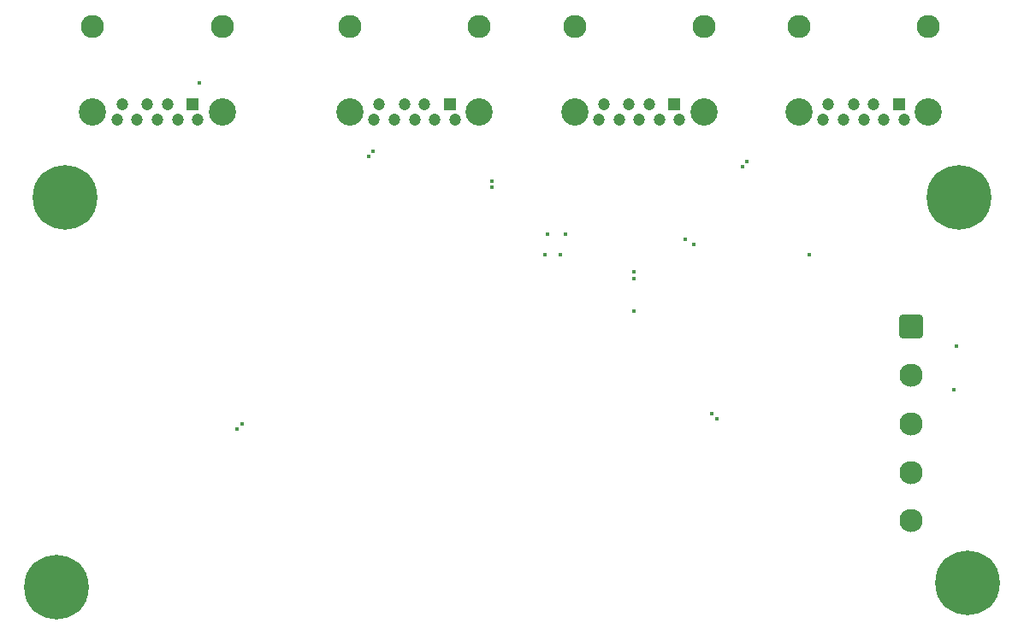
<source format=gbr>
%TF.GenerationSoftware,KiCad,Pcbnew,7.0.2*%
%TF.CreationDate,2023-08-08T23:25:05-03:00*%
%TF.ProjectId,USB Switch,55534220-5377-4697-9463-682e6b696361,rev?*%
%TF.SameCoordinates,Original*%
%TF.FileFunction,Copper,L3,Inr*%
%TF.FilePolarity,Positive*%
%FSLAX46Y46*%
G04 Gerber Fmt 4.6, Leading zero omitted, Abs format (unit mm)*
G04 Created by KiCad (PCBNEW 7.0.2) date 2023-08-08 23:25:05*
%MOMM*%
%LPD*%
G01*
G04 APERTURE LIST*
G04 Aperture macros list*
%AMRoundRect*
0 Rectangle with rounded corners*
0 $1 Rounding radius*
0 $2 $3 $4 $5 $6 $7 $8 $9 X,Y pos of 4 corners*
0 Add a 4 corners polygon primitive as box body*
4,1,4,$2,$3,$4,$5,$6,$7,$8,$9,$2,$3,0*
0 Add four circle primitives for the rounded corners*
1,1,$1+$1,$2,$3*
1,1,$1+$1,$4,$5*
1,1,$1+$1,$6,$7*
1,1,$1+$1,$8,$9*
0 Add four rect primitives between the rounded corners*
20,1,$1+$1,$2,$3,$4,$5,0*
20,1,$1+$1,$4,$5,$6,$7,0*
20,1,$1+$1,$6,$7,$8,$9,0*
20,1,$1+$1,$8,$9,$2,$3,0*%
G04 Aperture macros list end*
%TA.AperFunction,ComponentPad*%
%ADD10R,1.200000X1.200000*%
%TD*%
%TA.AperFunction,ComponentPad*%
%ADD11C,1.200000*%
%TD*%
%TA.AperFunction,ComponentPad*%
%ADD12C,2.700000*%
%TD*%
%TA.AperFunction,ComponentPad*%
%ADD13C,2.280000*%
%TD*%
%TA.AperFunction,ComponentPad*%
%ADD14C,0.800000*%
%TD*%
%TA.AperFunction,ComponentPad*%
%ADD15C,6.400000*%
%TD*%
%TA.AperFunction,ComponentPad*%
%ADD16RoundRect,0.250001X-0.899999X0.899999X-0.899999X-0.899999X0.899999X-0.899999X0.899999X0.899999X0*%
%TD*%
%TA.AperFunction,ComponentPad*%
%ADD17C,2.300000*%
%TD*%
%TA.AperFunction,ViaPad*%
%ADD18C,0.400000*%
%TD*%
G04 APERTURE END LIST*
D10*
%TO.N,/Switch/+5V*%
%TO.C,USB1*%
X66381087Y-82095000D03*
D11*
%TO.N,/Switch/D0-*%
X63881087Y-82095000D03*
%TO.N,/Switch/D0+*%
X61881087Y-82095000D03*
%TO.N,GND*%
X59381087Y-82095000D03*
%TO.N,/Switch/D1-*%
X58881087Y-83595000D03*
%TO.N,/Switch/D1+*%
X60881087Y-83595000D03*
%TO.N,GND*%
X62881087Y-83595000D03*
%TO.N,/Switch/D2-*%
X64881087Y-83595000D03*
%TO.N,/Switch/D2+*%
X66881087Y-83595000D03*
D12*
%TO.N,unconnected-(USB1-PadMH1)*%
X69281087Y-82845000D03*
%TO.N,unconnected-(USB1-PadMH2)*%
X56481087Y-82845000D03*
D13*
%TO.N,unconnected-(USB1-PadMH3)*%
X69281087Y-74345000D03*
%TO.N,unconnected-(USB1-PadMH4)*%
X56481087Y-74345000D03*
%TD*%
D10*
%TO.N,unconnected-(USB4-VBUS-Pad1)*%
%TO.C,USB4*%
X136281087Y-82095000D03*
D11*
%TO.N,/Switch/USB_C_D0-*%
X133781087Y-82095000D03*
%TO.N,/Switch/USB_C_D0+*%
X131781087Y-82095000D03*
%TO.N,unconnected-(USB4-GND-Pad4)*%
X129281087Y-82095000D03*
%TO.N,/Switch/USB_C_D1-*%
X128781087Y-83595000D03*
%TO.N,/Switch/USB_C_D1+*%
X130781087Y-83595000D03*
%TO.N,unconnected-(USB4-GND_DRAIN-Pad7)*%
X132781087Y-83595000D03*
%TO.N,/Switch/USB_C_D2-*%
X134781087Y-83595000D03*
%TO.N,/Switch/USB_C_D2+*%
X136781087Y-83595000D03*
D12*
%TO.N,unconnected-(USB4-PadMH1)*%
X139181087Y-82845000D03*
%TO.N,unconnected-(USB4-PadMH2)*%
X126381087Y-82845000D03*
D13*
%TO.N,unconnected-(USB4-PadMH3)*%
X139181087Y-74345000D03*
%TO.N,unconnected-(USB4-PadMH4)*%
X126381087Y-74345000D03*
%TD*%
D10*
%TO.N,unconnected-(USB3-VBUS-Pad1)*%
%TO.C,USB3*%
X114056087Y-82095000D03*
D11*
%TO.N,/Switch/USB_B_D0-*%
X111556087Y-82095000D03*
%TO.N,/Switch/USB_B_D0+*%
X109556087Y-82095000D03*
%TO.N,unconnected-(USB3-GND-Pad4)*%
X107056087Y-82095000D03*
%TO.N,/Switch/USB_B_D1-*%
X106556087Y-83595000D03*
%TO.N,/Switch/USB_B_D1+*%
X108556087Y-83595000D03*
%TO.N,unconnected-(USB3-GND_DRAIN-Pad7)*%
X110556087Y-83595000D03*
%TO.N,/Switch/USB_B_D2-*%
X112556087Y-83595000D03*
%TO.N,/Switch/USB_B_D2+*%
X114556087Y-83595000D03*
D12*
%TO.N,unconnected-(USB3-PadMH1)*%
X116956087Y-82845000D03*
%TO.N,unconnected-(USB3-PadMH2)*%
X104156087Y-82845000D03*
D13*
%TO.N,unconnected-(USB3-PadMH3)*%
X116956087Y-74345000D03*
%TO.N,unconnected-(USB3-PadMH4)*%
X104156087Y-74345000D03*
%TD*%
D14*
%TO.N,N/C*%
%TO.C,REF\u002A\u002A*%
X51367056Y-91300000D03*
X52070000Y-89602944D03*
X52070000Y-92997056D03*
X53767056Y-88900000D03*
D15*
X53767056Y-91300000D03*
D14*
X53767056Y-93700000D03*
X55464112Y-89602944D03*
X55464112Y-92997056D03*
X56167056Y-91300000D03*
%TD*%
D16*
%TO.N,/+5V*%
%TO.C,J1*%
X137492500Y-104140000D03*
D17*
%TO.N,/GND*%
X137492500Y-108940000D03*
%TO.N,/S0*%
X137492500Y-113740000D03*
%TO.N,/S1*%
X137492500Y-118540000D03*
%TO.N,/CLOCK*%
X137492500Y-123340000D03*
%TD*%
D14*
%TO.N,N/C*%
%TO.C,REF\u002A\u002A*%
X139840000Y-91300000D03*
X140542944Y-89602944D03*
X140542944Y-92997056D03*
X142240000Y-88900000D03*
D15*
X142240000Y-91300000D03*
D14*
X142240000Y-93700000D03*
X143937056Y-89602944D03*
X143937056Y-92997056D03*
X144640000Y-91300000D03*
%TD*%
%TO.N,N/C*%
%TO.C,REF\u002A\u002A*%
X50512944Y-129967056D03*
X51215888Y-128270000D03*
X51215888Y-131664112D03*
X52912944Y-127567056D03*
D15*
X52912944Y-129967056D03*
D14*
X52912944Y-132367056D03*
X54610000Y-128270000D03*
X54610000Y-131664112D03*
X55312944Y-129967056D03*
%TD*%
%TO.N,N/C*%
%TO.C,REF\u002A\u002A*%
X140682944Y-129540000D03*
X141385888Y-127842944D03*
X141385888Y-131237056D03*
X143082944Y-127140000D03*
D15*
X143082944Y-129540000D03*
D14*
X143082944Y-131940000D03*
X144780000Y-127842944D03*
X144780000Y-131237056D03*
X145482944Y-129540000D03*
%TD*%
D10*
%TO.N,unconnected-(USB2-VBUS-Pad1)*%
%TO.C,USB2*%
X91831087Y-82095000D03*
D11*
%TO.N,/Switch/USB_A_D0-*%
X89331087Y-82095000D03*
%TO.N,/Switch/USB_A_D0+*%
X87331087Y-82095000D03*
%TO.N,unconnected-(USB2-GND-Pad4)*%
X84831087Y-82095000D03*
%TO.N,/Switch/USB_A_D1-*%
X84331087Y-83595000D03*
%TO.N,/Switch/USB_A_D1+*%
X86331087Y-83595000D03*
%TO.N,unconnected-(USB2-GND_DRAIN-Pad7)*%
X88331087Y-83595000D03*
%TO.N,/Switch/USB_A_D2-*%
X90331087Y-83595000D03*
%TO.N,/Switch/USB_A_D2+*%
X92331087Y-83595000D03*
D12*
%TO.N,unconnected-(USB2-PadMH1)*%
X94731087Y-82845000D03*
%TO.N,unconnected-(USB2-PadMH2)*%
X81931087Y-82845000D03*
D13*
%TO.N,unconnected-(USB2-PadMH3)*%
X94731087Y-74345000D03*
%TO.N,unconnected-(USB2-PadMH4)*%
X81931087Y-74345000D03*
%TD*%
D18*
%TO.N,/GND*%
X141732000Y-110363000D03*
%TO.N,/Switch/D1+*%
X71229810Y-113770190D03*
%TO.N,/Switch/D1-*%
X70770190Y-114229810D03*
%TO.N,/Switch/+5V*%
X67000000Y-80000000D03*
%TO.N,/Switch/USB_C_D1-*%
X121229810Y-87770190D03*
X118229810Y-113229810D03*
%TO.N,/Switch/USB_C_D1+*%
X120770190Y-88229810D03*
X117770190Y-112770190D03*
%TO.N,/Switch/USB_B_D2-*%
X115156651Y-95478851D03*
%TO.N,/Switch/USB_B_D2+*%
X110000000Y-102545000D03*
X116000000Y-96000000D03*
%TO.N,/Switch/USB_B_D0-*%
X110000000Y-99325000D03*
%TO.N,/Switch/USB_B_D0+*%
X110000000Y-98675000D03*
%TO.N,/Switch/USB_A_D2+*%
X102743500Y-97000000D03*
X103274499Y-95000000D03*
%TO.N,/Switch/USB_A_D1-*%
X84229810Y-86770190D03*
X96000000Y-89675000D03*
%TO.N,/Switch/USB_A_D1+*%
X101499500Y-95000000D03*
X101243000Y-97000000D03*
X83770190Y-87229810D03*
X96000000Y-90325000D03*
%TO.N,/+5V*%
X127397000Y-97000000D03*
X141986000Y-106045000D03*
%TD*%
M02*

</source>
